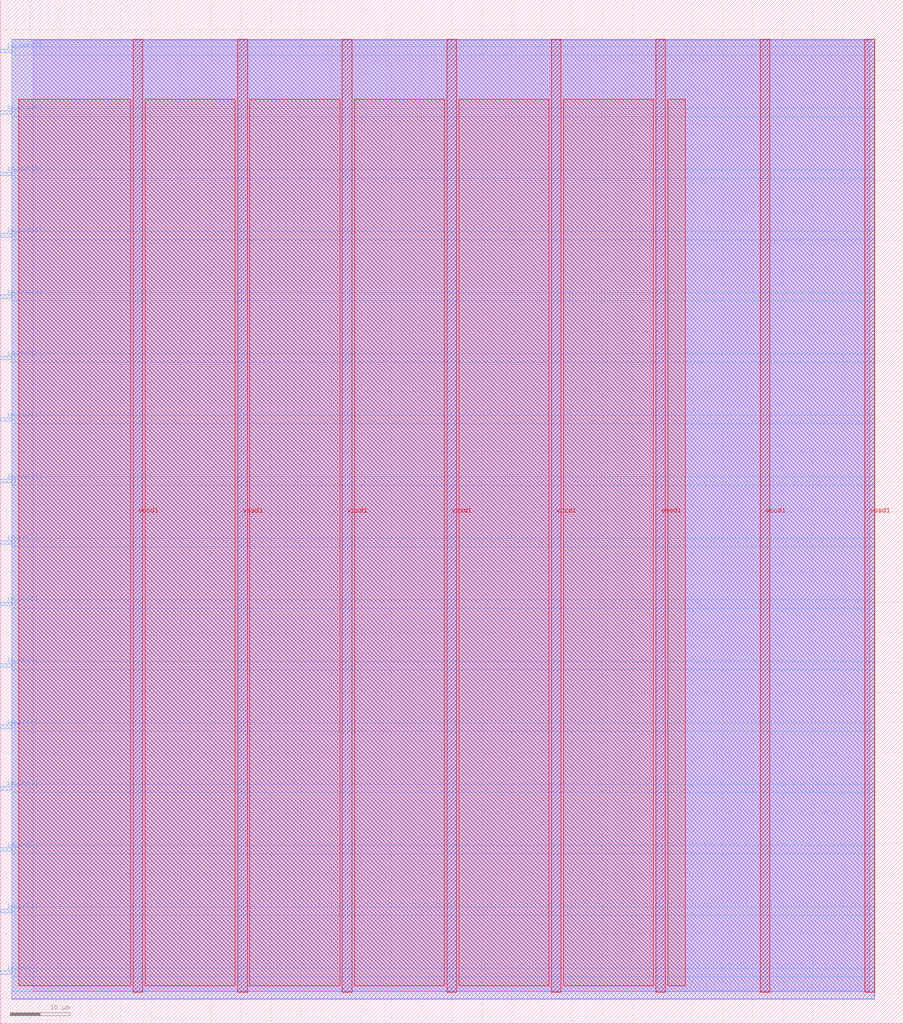
<source format=lef>
VERSION 5.7 ;
  NOWIREEXTENSIONATPIN ON ;
  DIVIDERCHAR "/" ;
  BUSBITCHARS "[]" ;
MACRO diferential_rvb1
  CLASS BLOCK ;
  FOREIGN diferential_rvb1 ;
  ORIGIN 0.000 0.000 ;
  SIZE 150.000 BY 170.000 ;
  PIN io_in[0]
    DIRECTION INPUT ;
    USE SIGNAL ;
    PORT
      LAYER met3 ;
        RECT 0.000 8.200 2.000 8.800 ;
    END
  END io_in[0]
  PIN io_in[1]
    DIRECTION INPUT ;
    USE SIGNAL ;
    PORT
      LAYER met3 ;
        RECT 0.000 18.400 2.000 19.000 ;
    END
  END io_in[1]
  PIN io_in[2]
    DIRECTION INPUT ;
    USE SIGNAL ;
    PORT
      LAYER met3 ;
        RECT 0.000 28.600 2.000 29.200 ;
    END
  END io_in[2]
  PIN io_in[3]
    DIRECTION INPUT ;
    USE SIGNAL ;
    PORT
      LAYER met3 ;
        RECT 0.000 38.800 2.000 39.400 ;
    END
  END io_in[3]
  PIN io_in[4]
    DIRECTION INPUT ;
    USE SIGNAL ;
    PORT
      LAYER met3 ;
        RECT 0.000 49.000 2.000 49.600 ;
    END
  END io_in[4]
  PIN io_in[5]
    DIRECTION INPUT ;
    USE SIGNAL ;
    PORT
      LAYER met3 ;
        RECT 0.000 59.200 2.000 59.800 ;
    END
  END io_in[5]
  PIN io_in[6]
    DIRECTION INPUT ;
    USE SIGNAL ;
    PORT
      LAYER met3 ;
        RECT 0.000 69.400 2.000 70.000 ;
    END
  END io_in[6]
  PIN io_in[7]
    DIRECTION INPUT ;
    USE SIGNAL ;
    PORT
      LAYER met3 ;
        RECT 0.000 79.600 2.000 80.200 ;
    END
  END io_in[7]
  PIN io_out[0]
    DIRECTION OUTPUT TRISTATE ;
    USE SIGNAL ;
    PORT
      LAYER met3 ;
        RECT 0.000 89.800 2.000 90.400 ;
    END
  END io_out[0]
  PIN io_out[1]
    DIRECTION OUTPUT TRISTATE ;
    USE SIGNAL ;
    PORT
      LAYER met3 ;
        RECT 0.000 100.000 2.000 100.600 ;
    END
  END io_out[1]
  PIN io_out[2]
    DIRECTION OUTPUT TRISTATE ;
    USE SIGNAL ;
    PORT
      LAYER met3 ;
        RECT 0.000 110.200 2.000 110.800 ;
    END
  END io_out[2]
  PIN io_out[3]
    DIRECTION OUTPUT TRISTATE ;
    USE SIGNAL ;
    PORT
      LAYER met3 ;
        RECT 0.000 120.400 2.000 121.000 ;
    END
  END io_out[3]
  PIN io_out[4]
    DIRECTION OUTPUT TRISTATE ;
    USE SIGNAL ;
    PORT
      LAYER met3 ;
        RECT 0.000 130.600 2.000 131.200 ;
    END
  END io_out[4]
  PIN io_out[5]
    DIRECTION OUTPUT TRISTATE ;
    USE SIGNAL ;
    PORT
      LAYER met3 ;
        RECT 0.000 140.800 2.000 141.400 ;
    END
  END io_out[5]
  PIN io_out[6]
    DIRECTION OUTPUT TRISTATE ;
    USE SIGNAL ;
    PORT
      LAYER met3 ;
        RECT 0.000 151.000 2.000 151.600 ;
    END
  END io_out[6]
  PIN io_out[7]
    DIRECTION OUTPUT TRISTATE ;
    USE SIGNAL ;
    PORT
      LAYER met3 ;
        RECT 0.000 161.200 2.000 161.800 ;
    END
  END io_out[7]
  PIN vccd1
    DIRECTION INOUT ;
    USE POWER ;
    PORT
      LAYER met4 ;
        RECT 22.085 5.200 23.685 163.440 ;
    END
    PORT
      LAYER met4 ;
        RECT 56.815 5.200 58.415 163.440 ;
    END
    PORT
      LAYER met4 ;
        RECT 91.545 5.200 93.145 163.440 ;
    END
    PORT
      LAYER met4 ;
        RECT 126.275 5.200 127.875 163.440 ;
    END
  END vccd1
  PIN vssd1
    DIRECTION INOUT ;
    USE GROUND ;
    PORT
      LAYER met4 ;
        RECT 39.450 5.200 41.050 163.440 ;
    END
    PORT
      LAYER met4 ;
        RECT 74.180 5.200 75.780 163.440 ;
    END
    PORT
      LAYER met4 ;
        RECT 108.910 5.200 110.510 163.440 ;
    END
    PORT
      LAYER met4 ;
        RECT 143.640 5.200 145.240 163.440 ;
    END
  END vssd1
  OBS
      LAYER li1 ;
        RECT 5.520 5.355 144.440 163.285 ;
      LAYER met1 ;
        RECT 1.910 4.120 145.240 163.440 ;
      LAYER met2 ;
        RECT 1.930 4.090 145.210 163.385 ;
      LAYER met3 ;
        RECT 1.905 162.200 145.230 163.365 ;
        RECT 2.400 160.800 145.230 162.200 ;
        RECT 1.905 152.000 145.230 160.800 ;
        RECT 2.400 150.600 145.230 152.000 ;
        RECT 1.905 141.800 145.230 150.600 ;
        RECT 2.400 140.400 145.230 141.800 ;
        RECT 1.905 131.600 145.230 140.400 ;
        RECT 2.400 130.200 145.230 131.600 ;
        RECT 1.905 121.400 145.230 130.200 ;
        RECT 2.400 120.000 145.230 121.400 ;
        RECT 1.905 111.200 145.230 120.000 ;
        RECT 2.400 109.800 145.230 111.200 ;
        RECT 1.905 101.000 145.230 109.800 ;
        RECT 2.400 99.600 145.230 101.000 ;
        RECT 1.905 90.800 145.230 99.600 ;
        RECT 2.400 89.400 145.230 90.800 ;
        RECT 1.905 80.600 145.230 89.400 ;
        RECT 2.400 79.200 145.230 80.600 ;
        RECT 1.905 70.400 145.230 79.200 ;
        RECT 2.400 69.000 145.230 70.400 ;
        RECT 1.905 60.200 145.230 69.000 ;
        RECT 2.400 58.800 145.230 60.200 ;
        RECT 1.905 50.000 145.230 58.800 ;
        RECT 2.400 48.600 145.230 50.000 ;
        RECT 1.905 39.800 145.230 48.600 ;
        RECT 2.400 38.400 145.230 39.800 ;
        RECT 1.905 29.600 145.230 38.400 ;
        RECT 2.400 28.200 145.230 29.600 ;
        RECT 1.905 19.400 145.230 28.200 ;
        RECT 2.400 18.000 145.230 19.400 ;
        RECT 1.905 9.200 145.230 18.000 ;
        RECT 2.400 7.800 145.230 9.200 ;
        RECT 1.905 5.275 145.230 7.800 ;
      LAYER met4 ;
        RECT 3.055 6.295 21.685 153.505 ;
        RECT 24.085 6.295 39.050 153.505 ;
        RECT 41.450 6.295 56.415 153.505 ;
        RECT 58.815 6.295 73.780 153.505 ;
        RECT 76.180 6.295 91.145 153.505 ;
        RECT 93.545 6.295 108.510 153.505 ;
        RECT 110.910 6.295 113.785 153.505 ;
  END
END diferential_rvb1
END LIBRARY


</source>
